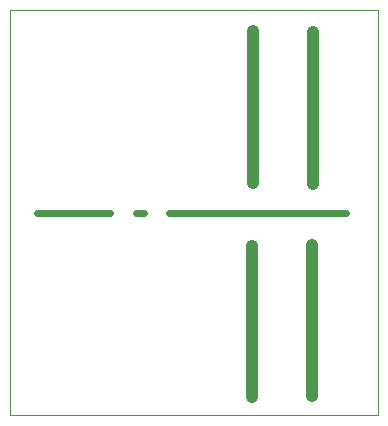
<source format=gbr>
%FSLAX32Y32*%
%MOMM*%
%LNKONTUR*%
G71*
G01*
%ADD10C, 1.00*%
%ADD11C, 0.60*%
%ADD12C, 0.10*%
%LPD*%
G54D10*
X3950Y5952D02*
X3950Y6047D01*
X3950Y7238D01*
G54D10*
X3442Y5944D02*
X3442Y6039D01*
X3442Y7230D01*
G54D10*
X3450Y7762D02*
X3450Y7857D01*
X3450Y9048D01*
G54D10*
X3958Y7754D02*
X3958Y7849D01*
X3958Y9040D01*
G54D11*
X1619Y7508D02*
X2238Y7508D01*
G54D11*
X2738Y7508D02*
X4231Y7508D01*
G54D12*
X1389Y9222D02*
X1389Y5793D01*
X4508Y5793D01*
X4508Y9222D01*
X1389Y9222D01*
G54D11*
X2453Y7508D02*
X2524Y7508D01*
M02*

</source>
